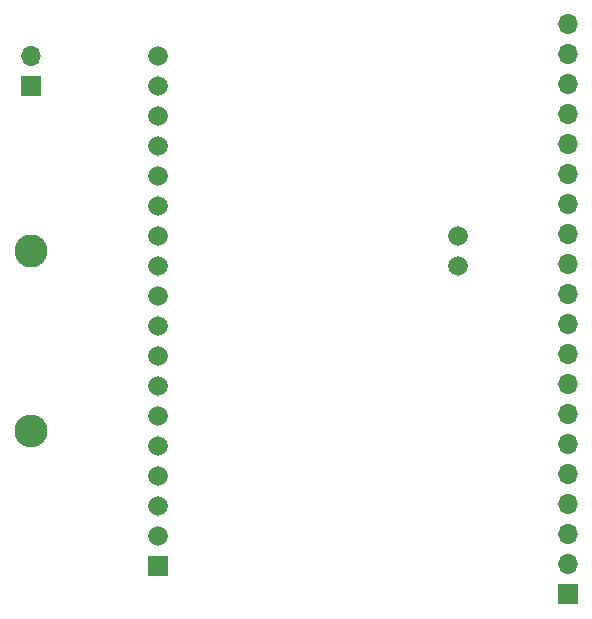
<source format=gbr>
%TF.GenerationSoftware,KiCad,Pcbnew,7.0.7*%
%TF.CreationDate,2023-09-15T19:34:08-06:00*%
%TF.ProjectId,hygienie_pcb,68796769-656e-4696-955f-7063622e6b69,00*%
%TF.SameCoordinates,Original*%
%TF.FileFunction,Soldermask,Bot*%
%TF.FilePolarity,Negative*%
%FSLAX46Y46*%
G04 Gerber Fmt 4.6, Leading zero omitted, Abs format (unit mm)*
G04 Created by KiCad (PCBNEW 7.0.7) date 2023-09-15 19:34:08*
%MOMM*%
%LPD*%
G01*
G04 APERTURE LIST*
%ADD10O,1.700000X1.700000*%
%ADD11R,1.700000X1.700000*%
%ADD12C,2.800000*%
%ADD13O,2.800000X2.800000*%
%ADD14R,1.665000X1.665000*%
%ADD15C,1.665000*%
G04 APERTURE END LIST*
D10*
%TO.C,U2*%
X131200000Y-81130000D03*
X131200000Y-83670000D03*
X131200000Y-86210000D03*
X131200000Y-88750000D03*
X131200000Y-91290000D03*
X131200000Y-93830000D03*
X131200000Y-96370000D03*
X131200000Y-98910000D03*
X131200000Y-101450000D03*
X131200000Y-103990000D03*
X131200000Y-106530000D03*
X131200000Y-109070000D03*
X131200000Y-111610000D03*
X131200000Y-114150000D03*
X131200000Y-116690000D03*
X131200000Y-119230000D03*
X131200000Y-121770000D03*
X131200000Y-124310000D03*
X131200000Y-126850000D03*
D11*
X131200000Y-129390000D03*
%TD*%
D12*
%TO.C,SW1*%
X85725000Y-100330000D03*
D13*
X85725000Y-115570000D03*
%TD*%
D14*
%TO.C,U1*%
X96520000Y-127000000D03*
D15*
X96520000Y-124460000D03*
X96520000Y-121920000D03*
X96520000Y-119380000D03*
X96520000Y-116840000D03*
X96520000Y-114300000D03*
X96520000Y-111760000D03*
X96520000Y-109220000D03*
X96520000Y-106680000D03*
X96520000Y-104140000D03*
X96520000Y-101600000D03*
X96520000Y-99060000D03*
X96520000Y-96520000D03*
X96520000Y-93980000D03*
X96520000Y-91440000D03*
X96520000Y-88900000D03*
X96520000Y-86360000D03*
X96520000Y-83820000D03*
X121920000Y-101600000D03*
X121920000Y-99060000D03*
%TD*%
D11*
%TO.C,J1*%
X85725000Y-86365000D03*
D10*
X85725000Y-83825000D03*
%TD*%
M02*

</source>
